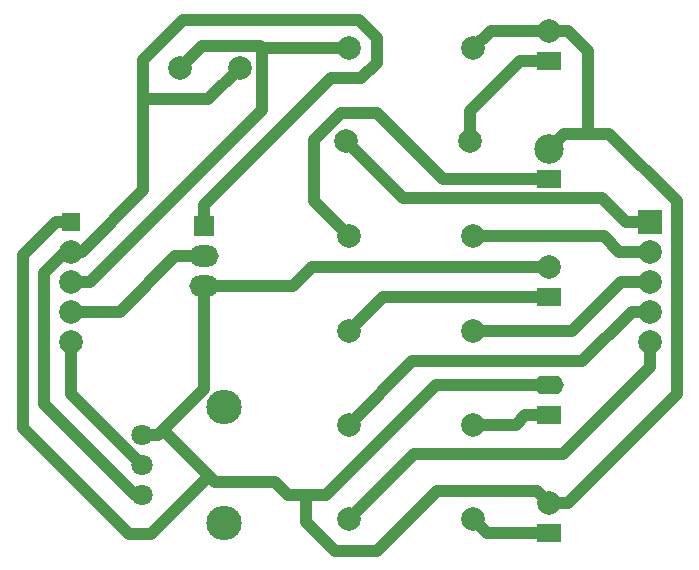
<source format=gbl>
G04 Layer: BottomLayer*
G04 EasyEDA v6.5.51, 2025-10-09 17:29:58*
G04 3aecb5c1c59e44a699bdcf9830d4853d,e3b7720e4ff4443c8ba5aae6fccacac6,10*
G04 Gerber Generator version 0.2*
G04 Scale: 100 percent, Rotated: No, Reflected: No *
G04 Dimensions in millimeters *
G04 leading zeros omitted , absolute positions ,4 integer and 5 decimal *
%FSLAX45Y45*%
%MOMM*%

%ADD10C,1.0000*%
%ADD11C,2.0000*%
%ADD12R,1.5748X1.5748*%
%ADD13R,2.0000X2.0000*%
%ADD14R,2.0000X1.6000*%
%ADD15C,2.5000*%
%ADD16O,2.499995X1.599997*%
%ADD17O,0.0159X1.599997*%
%ADD18O,2.999994X2.899994*%
%ADD19C,1.8000*%
%ADD20O,2.499995X1.799996*%
%ADD21R,1.8000X1.8000*%

%LPD*%
D10*
X2215641Y-520700D02*
G01*
X2215641Y-1048257D01*
X763778Y-2500121D01*
X649478Y-2500121D01*
X1206500Y-952500D02*
G01*
X1206500Y-622300D01*
X1549400Y-279400D01*
X3035300Y-279400D01*
X3187700Y-431800D01*
X3187700Y-647700D01*
X3058668Y-776731D01*
X2804668Y-776731D01*
X1728470Y-1852929D01*
X1728470Y-2027936D01*
X2954781Y-4508500D02*
G01*
X3505961Y-3957320D01*
X4767579Y-3957320D01*
X5500115Y-3224784D01*
X5500115Y-3008121D01*
X4978400Y-1245107D02*
G01*
X5156708Y-1245107D01*
X5727700Y-1816100D01*
X5727700Y-3454145D01*
X4808981Y-4373118D01*
X4648708Y-4373118D01*
X1770379Y-4145534D02*
G01*
X1816100Y-4191000D01*
X2324100Y-4191000D01*
X2435606Y-4302505D01*
X2590800Y-4302505D01*
X2590800Y-4302505D02*
G01*
X2758693Y-4302505D01*
X3688079Y-3372865D01*
X4648708Y-3372865D01*
X4648708Y-4373118D02*
G01*
X4542790Y-4267200D01*
X3695700Y-4267200D01*
X3187700Y-4775200D01*
X2832100Y-4775200D01*
X2590800Y-4533900D01*
X2590800Y-4302505D01*
X1381150Y-3756126D02*
G01*
X1770379Y-4145534D01*
X1770379Y-4145534D02*
G01*
X1280413Y-4635500D01*
X1092200Y-4635500D01*
X190500Y-3733800D01*
X190500Y-2273300D01*
X471678Y-1992121D01*
X599947Y-1992121D01*
X599947Y-2246121D02*
G01*
X547878Y-2246121D01*
X368300Y-2425700D01*
X368300Y-3530600D01*
X1138936Y-4301236D01*
X1199387Y-4301236D01*
X1206500Y-952500D02*
G01*
X1206500Y-1723136D01*
X692404Y-2245360D01*
X599947Y-2246121D01*
X1199387Y-4051300D02*
G01*
X599947Y-3451860D01*
X599947Y-3008121D01*
X649597Y-2499995D02*
G01*
X599998Y-2499995D01*
X1728368Y-2282037D02*
G01*
X1483893Y-2282037D01*
X1011936Y-2753995D01*
X599998Y-2753995D01*
X2027681Y-685800D02*
G01*
X1760981Y-952500D01*
X1346200Y-952500D01*
X1206497Y-952497D01*
X2954781Y-2115820D02*
G01*
X2654300Y-1815337D01*
X2654300Y-1295400D01*
X2882900Y-1066800D01*
X3191509Y-1066800D01*
X3751834Y-1626870D01*
X4648708Y-1626870D01*
X4978400Y-1245107D02*
G01*
X4978400Y-546100D01*
X4805172Y-373126D01*
X4648708Y-373126D01*
X4648708Y-1372870D02*
G01*
X4774691Y-1245107D01*
X4978400Y-1245107D01*
X1527708Y-685800D02*
G01*
X1709851Y-503656D01*
X2198471Y-503656D01*
X2215515Y-520700D01*
X2954781Y-3710939D02*
G01*
X3491484Y-3174237D01*
X4928361Y-3174237D01*
X5348477Y-2754121D01*
X5500115Y-2754121D01*
X4004818Y-2115820D02*
G01*
X5113020Y-2115820D01*
X5243322Y-2246121D01*
X5500115Y-2246121D01*
X3979418Y-1308100D02*
G01*
X3979418Y-1049781D01*
X4402074Y-627126D01*
X4648708Y-627126D01*
X2954807Y-520700D02*
G01*
X2215515Y-520700D01*
X1728368Y-2536037D02*
G01*
X2478227Y-2536037D01*
X2641269Y-2372995D01*
X4648682Y-2372995D01*
X4648682Y-372998D02*
G01*
X4152493Y-372998D01*
X4004792Y-520700D01*
X1728368Y-2536037D02*
G01*
X1728368Y-3408908D01*
X1381150Y-3756126D01*
X1381150Y-3756126D02*
G01*
X1335989Y-3801287D01*
X1199387Y-3801287D01*
X4004792Y-2913379D02*
G01*
X4845532Y-2913379D01*
X5258917Y-2499995D01*
X5499988Y-2499995D01*
X2929407Y-1308100D02*
G01*
X3413226Y-1791919D01*
X5099837Y-1791919D01*
X5299913Y-1991995D01*
X5499988Y-1991995D02*
G01*
X5299913Y-1991995D01*
X2954807Y-2913379D02*
G01*
X3241192Y-2626995D01*
X4648682Y-2626995D01*
X4004792Y-3710939D02*
G01*
X4364659Y-3710939D01*
X4448606Y-3626993D01*
X4648682Y-3626993D02*
G01*
X4448606Y-3626993D01*
X4004792Y-4508500D02*
G01*
X4123283Y-4626990D01*
X4648682Y-4626990D01*
D11*
G01*
X599998Y-3007995D03*
G01*
X599998Y-2753995D03*
G01*
X599998Y-2499995D03*
G01*
X599998Y-2245995D03*
D12*
G01*
X599998Y-1991995D03*
D11*
G01*
X5499988Y-3007995D03*
G01*
X5499988Y-2753995D03*
G01*
X5499988Y-2499995D03*
G01*
X5499988Y-2245995D03*
D13*
G01*
X5499988Y-1991995D03*
D14*
G01*
X4648682Y-626998D03*
D11*
G01*
X4648682Y-372998D03*
D14*
G01*
X4648708Y-1626996D03*
D15*
G01*
X4648708Y-1372996D03*
D14*
G01*
X4648682Y-2626995D03*
D11*
G01*
X4648682Y-2372995D03*
D14*
G01*
X4648682Y-3626993D03*
D16*
G01*
X4648682Y-3372993D03*
D14*
G01*
X4648682Y-4626990D03*
D11*
G01*
X4648682Y-4372990D03*
D18*
G01*
X1899391Y-4541283D03*
G01*
X1899391Y-3561300D03*
D19*
G01*
X1199393Y-4301279D03*
G01*
X1199393Y-4051292D03*
G01*
X1199393Y-3801280D03*
D11*
G01*
X1527705Y-685802D03*
G01*
X2027704Y-685802D03*
D20*
G01*
X1728376Y-2536037D03*
G01*
X1728376Y-2282037D03*
D21*
G01*
X1728376Y-2028037D03*
D11*
G01*
X2954807Y-520700D03*
G01*
X4004792Y-520700D03*
G01*
X4004792Y-2115820D03*
G01*
X2954807Y-2115820D03*
G01*
X4004792Y-2913379D03*
G01*
X2954807Y-2913379D03*
G01*
X2954807Y-3710939D03*
G01*
X4004792Y-3710939D03*
G01*
X2954807Y-4508500D03*
G01*
X4004792Y-4508500D03*
G01*
X2929399Y-1308097D03*
G01*
X3979384Y-1308097D03*
M02*

</source>
